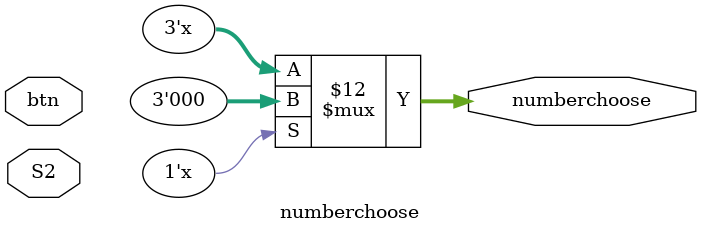
<source format=v>
module numberchoose(
    input S2,//开关控制当前增大还是减小
// 这个模块是让用户选择有几个东西（操作的那玩意的个数）
input btn,//调大小
output reg [2:0] numberchoose
);
initial begin
    numberchoose = 3'b000;
end
reg [2:0] number=3'b000;
always @(posedge btn) begin
        if (S2) begin
            number <= number + 3'b001;
        end else begin
            number <= number - 3'b001;
        end
    end
always @(number) begin
    if(number>3'b101)begin
        numberchoose <= 3'b000;
        number <= 3'b000;
    end else begin
        numberchoose <= number;
    end
end
endmodule

</source>
